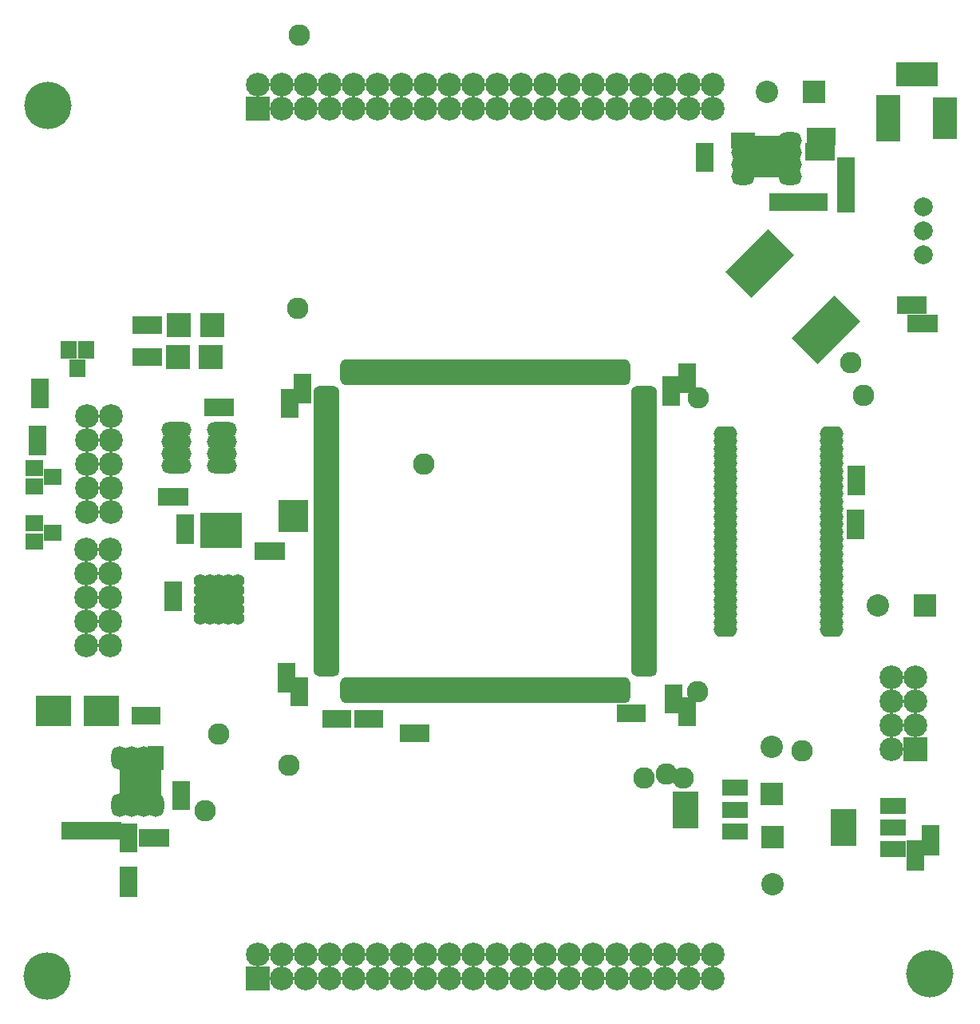
<source format=gts>
G04 Layer_Color=8388736*
%FSLAX25Y25*%
%MOIN*%
G70*
G01*
G75*
%ADD42C,0.07874*%
%ADD57R,0.07559X0.06772*%
%ADD58R,0.06772X0.07559*%
G04:AMPARAMS|DCode=59|XSize=252.76mil|YSize=154.33mil|CornerRadius=0mil|HoleSize=0mil|Usage=FLASHONLY|Rotation=45.000|XOffset=0mil|YOffset=0mil|HoleType=Round|Shape=Rectangle|*
%AMROTATEDRECTD59*
4,1,4,-0.03480,-0.14393,-0.14393,-0.03480,0.03480,0.14393,0.14393,0.03480,-0.03480,-0.14393,0.0*
%
%ADD59ROTATEDRECTD59*%

%ADD60R,0.07559X0.07165*%
%ADD61R,0.07165X0.07559*%
%ADD62R,0.09921X0.09921*%
%ADD63R,0.14646X0.12677*%
%ADD64R,0.10906X0.15827*%
%ADD65R,0.10906X0.06772*%
%ADD66O,0.09921X0.06181*%
%ADD67O,0.12677X0.06378*%
%ADD68R,0.07165X0.07559*%
%ADD69R,0.07559X0.07165*%
%ADD70O,0.11102X0.05197*%
%ADD71O,0.05197X0.11102*%
%ADD72R,0.17795X0.14252*%
%ADD73O,0.07165X0.09921*%
%ADD74R,0.07165X0.09921*%
%ADD75C,0.05591*%
%ADD76R,0.09134X0.08346*%
%ADD77R,0.14252X0.17795*%
%ADD78O,0.09921X0.07165*%
%ADD79R,0.09921X0.07165*%
%ADD80R,0.09921X0.19764*%
%ADD81R,0.09921X0.17795*%
%ADD82R,0.17795X0.09921*%
%ADD83C,0.09331*%
%ADD84R,0.09331X0.09331*%
%ADD85C,0.09921*%
%ADD86R,0.09921X0.09921*%
%ADD87R,0.09331X0.09331*%
%ADD88C,0.19764*%
%ADD89C,0.09016*%
D42*
X478346Y410768D02*
D03*
Y420768D02*
D03*
Y430768D02*
D03*
D57*
X109252Y349902D02*
D03*
Y355807D02*
D03*
X146161Y152067D02*
D03*
Y146161D02*
D03*
X445866Y437500D02*
D03*
Y431595D02*
D03*
X474902Y156988D02*
D03*
Y162894D02*
D03*
X481299Y163386D02*
D03*
Y169291D02*
D03*
D58*
X161909Y309547D02*
D03*
X167815D02*
D03*
X212106Y298721D02*
D03*
X218012D02*
D03*
X202264Y286910D02*
D03*
X208169D02*
D03*
X212106Y304626D02*
D03*
X218012D02*
D03*
X437992Y453740D02*
D03*
X432087D02*
D03*
X151083Y368110D02*
D03*
X156988D02*
D03*
X151083Y381398D02*
D03*
X156988D02*
D03*
X159941Y167323D02*
D03*
X154035D02*
D03*
X127461Y170276D02*
D03*
X121555D02*
D03*
X133858Y170276D02*
D03*
X139764D02*
D03*
X429134Y432579D02*
D03*
X435039D02*
D03*
X423228Y432579D02*
D03*
X417323D02*
D03*
X470472Y389764D02*
D03*
X476378D02*
D03*
X474902Y381890D02*
D03*
X480807D02*
D03*
D59*
X437501Y379428D02*
D03*
X409940Y406989D02*
D03*
D60*
X386811Y454035D02*
D03*
Y448524D02*
D03*
X146161Y170079D02*
D03*
Y164567D02*
D03*
X445866Y448130D02*
D03*
Y442618D02*
D03*
X379429Y356496D02*
D03*
Y362008D02*
D03*
X373031Y356594D02*
D03*
Y351083D02*
D03*
X168307Y182283D02*
D03*
Y187795D02*
D03*
X449803Y295472D02*
D03*
Y300984D02*
D03*
X450295Y313681D02*
D03*
Y319193D02*
D03*
X213583Y351476D02*
D03*
Y345965D02*
D03*
X218996Y352067D02*
D03*
Y357579D02*
D03*
X212106Y231496D02*
D03*
Y237008D02*
D03*
X217520Y231102D02*
D03*
Y225590D02*
D03*
X374016Y222638D02*
D03*
Y228150D02*
D03*
X379429Y222736D02*
D03*
Y217224D02*
D03*
X169783Y293504D02*
D03*
Y299016D02*
D03*
X164862Y270965D02*
D03*
Y265453D02*
D03*
X108268Y330413D02*
D03*
Y335925D02*
D03*
D61*
X181299Y346949D02*
D03*
X186811D02*
D03*
X156299Y218504D02*
D03*
X150787D02*
D03*
X353543Y219488D02*
D03*
X359055D02*
D03*
X262992Y211122D02*
D03*
X268504D02*
D03*
X243799Y217028D02*
D03*
X249311D02*
D03*
X230512D02*
D03*
X236024D02*
D03*
X432776Y460138D02*
D03*
X438287D02*
D03*
D62*
X181102Y381398D02*
D03*
X167323D02*
D03*
X180609Y368114D02*
D03*
X166830D02*
D03*
X200197Y471791D02*
D03*
X200354Y108602D02*
D03*
D63*
X114961Y220472D02*
D03*
X135039D02*
D03*
D64*
X444980Y171752D02*
D03*
X379035Y179134D02*
D03*
D65*
X465650Y162697D02*
D03*
Y171752D02*
D03*
Y180807D02*
D03*
X399705Y170079D02*
D03*
Y179134D02*
D03*
Y188189D02*
D03*
D66*
X395472Y336122D02*
D03*
Y332972D02*
D03*
Y329823D02*
D03*
Y326673D02*
D03*
Y323524D02*
D03*
Y320374D02*
D03*
Y317224D02*
D03*
Y314075D02*
D03*
Y310925D02*
D03*
Y307776D02*
D03*
Y304626D02*
D03*
Y301476D02*
D03*
Y298327D02*
D03*
Y295177D02*
D03*
Y292028D02*
D03*
Y288878D02*
D03*
Y285728D02*
D03*
Y282579D02*
D03*
Y279429D02*
D03*
Y276279D02*
D03*
Y273130D02*
D03*
Y269980D02*
D03*
Y266831D02*
D03*
Y263681D02*
D03*
Y260531D02*
D03*
Y257382D02*
D03*
Y254232D02*
D03*
X439961Y336122D02*
D03*
Y332972D02*
D03*
Y329823D02*
D03*
Y326673D02*
D03*
Y323524D02*
D03*
Y320374D02*
D03*
Y317224D02*
D03*
Y314075D02*
D03*
Y310925D02*
D03*
Y307776D02*
D03*
Y304626D02*
D03*
Y301476D02*
D03*
Y298327D02*
D03*
Y295177D02*
D03*
Y292028D02*
D03*
Y288878D02*
D03*
Y285728D02*
D03*
Y282579D02*
D03*
Y279429D02*
D03*
Y276279D02*
D03*
Y273130D02*
D03*
Y269980D02*
D03*
Y266831D02*
D03*
Y263681D02*
D03*
Y260531D02*
D03*
Y257382D02*
D03*
Y254232D02*
D03*
D67*
X185138Y322716D02*
D03*
Y327716D02*
D03*
Y332716D02*
D03*
Y337717D02*
D03*
X166240Y322716D02*
D03*
Y327716D02*
D03*
Y332716D02*
D03*
Y337717D02*
D03*
D68*
X125000Y363189D02*
D03*
X121260Y371063D02*
D03*
X128740D02*
D03*
D69*
X114665Y294783D02*
D03*
X106791Y291043D02*
D03*
Y298524D02*
D03*
X114665Y317913D02*
D03*
X106791Y314173D02*
D03*
Y321654D02*
D03*
D70*
X228937Y353346D02*
D03*
Y351378D02*
D03*
Y349410D02*
D03*
Y347441D02*
D03*
Y345472D02*
D03*
Y343504D02*
D03*
Y341535D02*
D03*
Y339567D02*
D03*
Y337598D02*
D03*
Y335630D02*
D03*
Y333661D02*
D03*
Y331693D02*
D03*
Y329724D02*
D03*
Y327756D02*
D03*
Y325787D02*
D03*
Y323819D02*
D03*
Y321850D02*
D03*
Y319882D02*
D03*
Y317913D02*
D03*
Y315945D02*
D03*
Y313976D02*
D03*
Y312008D02*
D03*
Y310039D02*
D03*
Y308071D02*
D03*
Y306102D02*
D03*
Y304134D02*
D03*
Y302165D02*
D03*
Y300197D02*
D03*
Y298228D02*
D03*
Y296260D02*
D03*
Y294291D02*
D03*
Y292323D02*
D03*
Y290354D02*
D03*
Y288386D02*
D03*
Y286417D02*
D03*
Y284449D02*
D03*
Y282480D02*
D03*
Y280512D02*
D03*
Y278543D02*
D03*
Y276575D02*
D03*
Y274606D02*
D03*
Y272638D02*
D03*
Y270669D02*
D03*
Y268701D02*
D03*
Y266732D02*
D03*
Y264764D02*
D03*
Y262795D02*
D03*
Y260827D02*
D03*
Y258858D02*
D03*
Y256890D02*
D03*
Y254921D02*
D03*
Y252953D02*
D03*
Y250984D02*
D03*
Y249016D02*
D03*
Y247047D02*
D03*
Y245079D02*
D03*
Y243110D02*
D03*
Y241142D02*
D03*
Y239173D02*
D03*
Y237205D02*
D03*
X361614D02*
D03*
Y239173D02*
D03*
Y241142D02*
D03*
Y243110D02*
D03*
Y245079D02*
D03*
Y247047D02*
D03*
Y249016D02*
D03*
Y250984D02*
D03*
Y252953D02*
D03*
Y254921D02*
D03*
Y256890D02*
D03*
Y258858D02*
D03*
Y260827D02*
D03*
Y262795D02*
D03*
Y264764D02*
D03*
Y266732D02*
D03*
Y268701D02*
D03*
Y270669D02*
D03*
Y272638D02*
D03*
Y274606D02*
D03*
Y276575D02*
D03*
Y278543D02*
D03*
Y280512D02*
D03*
Y282480D02*
D03*
Y284449D02*
D03*
Y286417D02*
D03*
Y288386D02*
D03*
Y290354D02*
D03*
Y292323D02*
D03*
Y294291D02*
D03*
Y296260D02*
D03*
Y298228D02*
D03*
Y300197D02*
D03*
Y302165D02*
D03*
Y304134D02*
D03*
Y306102D02*
D03*
Y308071D02*
D03*
Y310039D02*
D03*
Y312008D02*
D03*
Y313976D02*
D03*
Y315945D02*
D03*
Y317913D02*
D03*
Y319882D02*
D03*
Y321850D02*
D03*
Y323819D02*
D03*
Y325787D02*
D03*
Y327756D02*
D03*
Y329724D02*
D03*
Y331693D02*
D03*
Y333661D02*
D03*
Y335630D02*
D03*
Y337598D02*
D03*
Y339567D02*
D03*
Y341535D02*
D03*
Y343504D02*
D03*
Y345472D02*
D03*
Y347441D02*
D03*
Y349410D02*
D03*
Y351378D02*
D03*
Y353346D02*
D03*
D71*
X237205Y228937D02*
D03*
X239173D02*
D03*
X241142D02*
D03*
X243110D02*
D03*
X245079D02*
D03*
X247047D02*
D03*
X249016D02*
D03*
X250984D02*
D03*
X252953D02*
D03*
X254921D02*
D03*
X256890D02*
D03*
X258858D02*
D03*
X260827D02*
D03*
X262795D02*
D03*
X264764D02*
D03*
X266732D02*
D03*
X268701D02*
D03*
X270669D02*
D03*
X272638D02*
D03*
X274606D02*
D03*
X276575D02*
D03*
X278543D02*
D03*
X280512D02*
D03*
X282480D02*
D03*
X284449D02*
D03*
X286417D02*
D03*
X288386D02*
D03*
X290354D02*
D03*
X292323D02*
D03*
X294291D02*
D03*
X296260D02*
D03*
X298228D02*
D03*
X300197D02*
D03*
X302165D02*
D03*
X304134D02*
D03*
X306102D02*
D03*
X308071D02*
D03*
X310039D02*
D03*
X312008D02*
D03*
X313976D02*
D03*
X315945D02*
D03*
X317913D02*
D03*
X319882D02*
D03*
X321850D02*
D03*
X323819D02*
D03*
X325787D02*
D03*
X327756D02*
D03*
X329724D02*
D03*
X331693D02*
D03*
X333661D02*
D03*
X335630D02*
D03*
X337598D02*
D03*
X339567D02*
D03*
X341535D02*
D03*
X343504D02*
D03*
X345472D02*
D03*
X347441D02*
D03*
X349410D02*
D03*
X351378D02*
D03*
X353346D02*
D03*
Y361614D02*
D03*
X351378D02*
D03*
X349410D02*
D03*
X347441D02*
D03*
X345472D02*
D03*
X343504D02*
D03*
X341535D02*
D03*
X339567D02*
D03*
X337598D02*
D03*
X335630D02*
D03*
X333661D02*
D03*
X331693D02*
D03*
X329724D02*
D03*
X327756D02*
D03*
X325787D02*
D03*
X323819D02*
D03*
X321850D02*
D03*
X319882D02*
D03*
X317913D02*
D03*
X315945D02*
D03*
X313976D02*
D03*
X312008D02*
D03*
X310039D02*
D03*
X308071D02*
D03*
X306102D02*
D03*
X304134D02*
D03*
X302165D02*
D03*
X300197D02*
D03*
X298228D02*
D03*
X296260D02*
D03*
X294291D02*
D03*
X292323D02*
D03*
X290354D02*
D03*
X288386D02*
D03*
X286417D02*
D03*
X284449D02*
D03*
X282480D02*
D03*
X280512D02*
D03*
X278543D02*
D03*
X276575D02*
D03*
X274606D02*
D03*
X272638D02*
D03*
X270669D02*
D03*
X268701D02*
D03*
X266732D02*
D03*
X264764D02*
D03*
X262795D02*
D03*
X260827D02*
D03*
X258858D02*
D03*
X256890D02*
D03*
X254921D02*
D03*
X252953D02*
D03*
X250984D02*
D03*
X249016D02*
D03*
X247047D02*
D03*
X245079D02*
D03*
X243110D02*
D03*
X241142D02*
D03*
X239173D02*
D03*
X237205D02*
D03*
D72*
X151102Y190866D02*
D03*
D73*
X142717Y181102D02*
D03*
X147716D02*
D03*
X152717D02*
D03*
X157717D02*
D03*
X142717Y200787D02*
D03*
X147716D02*
D03*
X152717D02*
D03*
D74*
X157717D02*
D03*
D75*
X176181Y274606D02*
D03*
Y270669D02*
D03*
Y266732D02*
D03*
Y262795D02*
D03*
Y258858D02*
D03*
X180118Y274606D02*
D03*
Y270669D02*
D03*
Y266732D02*
D03*
Y262795D02*
D03*
Y258858D02*
D03*
X184055Y274606D02*
D03*
Y270669D02*
D03*
Y266732D02*
D03*
Y262795D02*
D03*
Y258858D02*
D03*
X187992Y274606D02*
D03*
Y270669D02*
D03*
Y266732D02*
D03*
Y262795D02*
D03*
Y258858D02*
D03*
X191929Y274606D02*
D03*
Y270669D02*
D03*
Y266732D02*
D03*
Y262795D02*
D03*
Y258858D02*
D03*
D76*
X180709Y292421D02*
D03*
Y299114D02*
D03*
X189370Y292421D02*
D03*
Y299114D02*
D03*
D77*
X412972Y451791D02*
D03*
D78*
X422736Y443405D02*
D03*
Y448406D02*
D03*
Y453406D02*
D03*
Y458405D02*
D03*
X403051Y443405D02*
D03*
Y448406D02*
D03*
Y453406D02*
D03*
D79*
Y458405D02*
D03*
D80*
X463705Y467520D02*
D03*
D81*
X487205D02*
D03*
D82*
X475516Y486024D02*
D03*
D83*
X412894Y478839D02*
D03*
X459154Y264272D02*
D03*
X414862Y205217D02*
D03*
X415354Y148130D02*
D03*
D84*
X432579Y478839D02*
D03*
X478839Y264272D02*
D03*
D85*
X138445Y287559D02*
D03*
Y277559D02*
D03*
Y267559D02*
D03*
Y257559D02*
D03*
Y247559D02*
D03*
X128445D02*
D03*
Y257559D02*
D03*
Y267559D02*
D03*
Y277559D02*
D03*
Y287559D02*
D03*
X138779Y343327D02*
D03*
Y333327D02*
D03*
Y323327D02*
D03*
Y313327D02*
D03*
Y303327D02*
D03*
X128779D02*
D03*
Y313327D02*
D03*
Y323327D02*
D03*
Y333327D02*
D03*
Y343327D02*
D03*
X464902Y234409D02*
D03*
X474902D02*
D03*
X464902Y224410D02*
D03*
X474902D02*
D03*
X464902Y214409D02*
D03*
X474902D02*
D03*
X464902Y204409D02*
D03*
X200197Y481791D02*
D03*
X210197Y471791D02*
D03*
Y481791D02*
D03*
X220197Y471791D02*
D03*
Y481791D02*
D03*
X230197Y471791D02*
D03*
Y481791D02*
D03*
X240197Y471791D02*
D03*
Y481791D02*
D03*
X250197Y471791D02*
D03*
Y481791D02*
D03*
X260197Y471791D02*
D03*
Y481791D02*
D03*
X270197Y471791D02*
D03*
Y481791D02*
D03*
X280197Y471791D02*
D03*
Y481791D02*
D03*
X290197Y471791D02*
D03*
Y481791D02*
D03*
X300197Y471791D02*
D03*
Y481791D02*
D03*
X310197Y471791D02*
D03*
Y481791D02*
D03*
X320197Y471791D02*
D03*
Y481791D02*
D03*
X330197Y471791D02*
D03*
Y481791D02*
D03*
X340197Y471791D02*
D03*
Y481791D02*
D03*
X350197Y471791D02*
D03*
Y481791D02*
D03*
X360197Y471791D02*
D03*
Y481791D02*
D03*
X370197Y471791D02*
D03*
Y481791D02*
D03*
X380197Y471791D02*
D03*
Y481791D02*
D03*
X390197Y471791D02*
D03*
Y481791D02*
D03*
X200354Y118602D02*
D03*
X210354Y108602D02*
D03*
Y118602D02*
D03*
X220354Y108602D02*
D03*
Y118602D02*
D03*
X230354Y108602D02*
D03*
Y118602D02*
D03*
X240354Y108602D02*
D03*
Y118602D02*
D03*
X250354Y108602D02*
D03*
Y118602D02*
D03*
X260354Y108602D02*
D03*
Y118602D02*
D03*
X270354Y108602D02*
D03*
Y118602D02*
D03*
X280354Y108602D02*
D03*
Y118602D02*
D03*
X290354Y108602D02*
D03*
Y118602D02*
D03*
X300354Y108602D02*
D03*
Y118602D02*
D03*
X310354Y108602D02*
D03*
Y118602D02*
D03*
X320354Y108602D02*
D03*
Y118602D02*
D03*
X330354Y108602D02*
D03*
Y118602D02*
D03*
X340354Y108602D02*
D03*
Y118602D02*
D03*
X350354Y108602D02*
D03*
Y118602D02*
D03*
X360354Y108602D02*
D03*
Y118602D02*
D03*
X370354Y108602D02*
D03*
Y118602D02*
D03*
X380354Y108602D02*
D03*
Y118602D02*
D03*
X390354Y108602D02*
D03*
Y118602D02*
D03*
D86*
X474902Y204409D02*
D03*
D87*
X414862Y185531D02*
D03*
X415354Y167815D02*
D03*
D88*
X112205Y109744D02*
D03*
X480807Y110728D02*
D03*
X112697Y472933D02*
D03*
D89*
X269685Y323327D02*
D03*
X377953Y192421D02*
D03*
X447835Y365650D02*
D03*
X371063Y193898D02*
D03*
X453248Y351870D02*
D03*
X427658Y203740D02*
D03*
X178150Y178642D02*
D03*
X213090Y197835D02*
D03*
X361713Y192421D02*
D03*
X217028Y388287D02*
D03*
X384350Y350886D02*
D03*
X383858Y228346D02*
D03*
X217520Y502461D02*
D03*
X184055Y210630D02*
D03*
M02*

</source>
